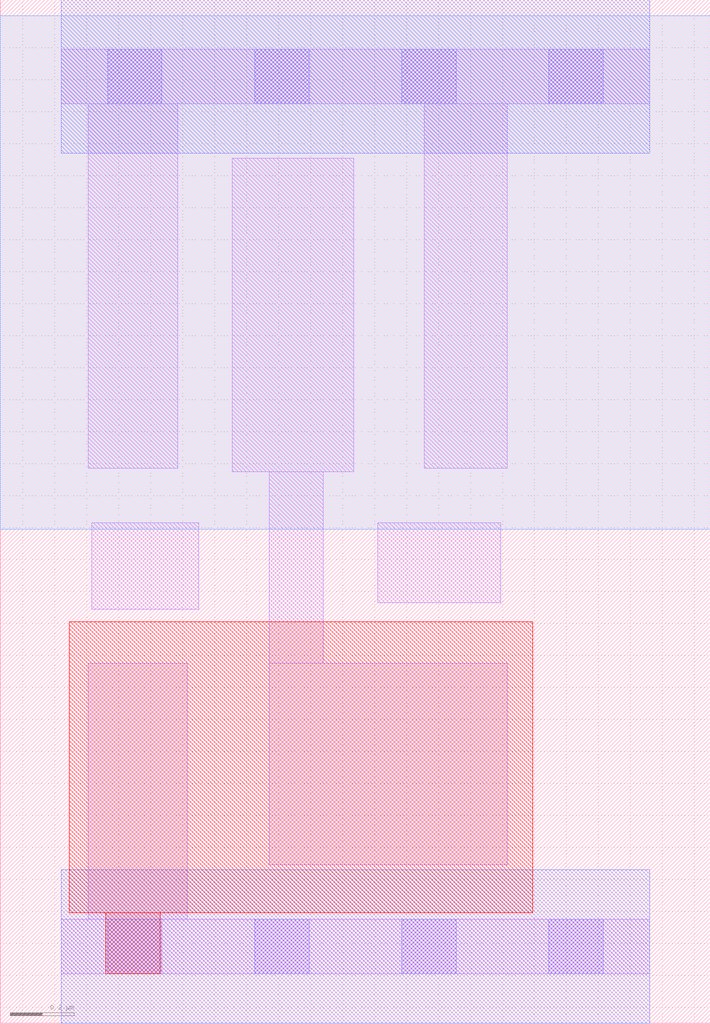
<source format=lef>
VERSION 5.7 ;
  NOWIREEXTENSIONATPIN ON ;
  DIVIDERCHAR "/" ;
  BUSBITCHARS "[]" ;
PROPERTYDEFINITIONS
  MACRO maskLayoutSubType STRING ;
  MACRO prCellType STRING ;
  MACRO originalViewName STRING ;
END PROPERTYDEFINITIONS

MACRO sky130_fd_sc_hdll__nand2_1
  CLASS CORE ;
  FOREIGN sky130_fd_sc_hdll__nand2_1 ;
  ORIGIN 0.000 0.000 ;
  SIZE 1.840 BY 2.720 ;
  SYMMETRY X Y R90 ;
  SITE unithd ;
  PIN A
    DIRECTION INPUT ;
    USE SIGNAL ;
    ANTENNAGATEAREA 0.277500 ;
    PORT
      LAYER li1 ;
        RECT 0.990 1.075 1.375 1.325 ;
    END
  END A
  PIN B
    DIRECTION INPUT ;
    USE SIGNAL ;
    ANTENNAGATEAREA 0.277500 ;
    PORT
      LAYER li1 ;
        RECT 0.095 1.055 0.430 1.325 ;
    END
  END B
  PIN VGND
    DIRECTION INOUT ;
    USE GROUND ;
    PORT
      LAYER li1 ;
        RECT 0.085 0.085 0.395 0.885 ;
        RECT 0.000 -0.085 1.840 0.085 ;
      LAYER mcon ;
        RECT 0.145 -0.085 0.315 0.085 ;
        RECT 0.605 -0.085 0.775 0.085 ;
        RECT 1.065 -0.085 1.235 0.085 ;
        RECT 1.525 -0.085 1.695 0.085 ;
      LAYER met1 ;
        RECT 0.000 -0.240 1.840 0.240 ;
    END
  END VGND
  PIN VNB
    DIRECTION INOUT ;
    USE GROUND ;
    PORT
      LAYER pwell ;
        RECT 0.025 0.105 1.475 1.015 ;
        RECT 0.140 -0.085 0.310 0.105 ;
    END
  END VNB
  PIN VPB
    DIRECTION INOUT ;
    USE POWER ;
    PORT
      LAYER nwell ;
        RECT -0.190 1.305 2.030 2.910 ;
    END
  END VPB
  PIN VPWR
    DIRECTION INOUT ;
    USE POWER ;
    PORT
      LAYER li1 ;
        RECT 0.000 2.635 1.840 2.805 ;
        RECT 0.085 1.495 0.365 2.635 ;
        RECT 1.135 1.495 1.395 2.635 ;
      LAYER mcon ;
        RECT 0.145 2.635 0.315 2.805 ;
        RECT 0.605 2.635 0.775 2.805 ;
        RECT 1.065 2.635 1.235 2.805 ;
        RECT 1.525 2.635 1.695 2.805 ;
      LAYER met1 ;
        RECT 0.000 2.480 1.840 2.960 ;
    END
  END VPWR
  PIN Y
    DIRECTION OUTPUT ;
    USE SIGNAL ;
    ANTENNADIFFAREA 0.491500 ;
    PORT
      LAYER li1 ;
        RECT 0.535 1.485 0.915 2.465 ;
        RECT 0.650 0.885 0.820 1.485 ;
        RECT 0.650 0.255 1.395 0.885 ;
    END
  END Y
  PROPERTY maskLayoutSubType "abstract" ;
  PROPERTY prCellType "standard" ;
  PROPERTY originalViewName "layout" ;
END sky130_fd_sc_hdll__nand2_1
MACRO local_eval
  CLASS BLOCK ;
  FOREIGN local_eval ;
  ORIGIN 0.270 0.150 ;
  SIZE 2.220 BY 3.200 ;
  OBS
      LAYER nwell ;
        RECT -0.270 1.395 1.950 3.000 ;
      LAYER pwell ;
        RECT -0.055 0.195 1.395 1.105 ;
        RECT 0.060 0.005 0.230 0.195 ;
      LAYER li1 ;
        RECT -0.080 2.725 1.760 2.895 ;
        RECT 0.005 1.585 0.285 2.725 ;
        RECT 0.455 1.575 0.835 2.555 ;
        RECT 1.055 1.585 1.315 2.725 ;
        RECT 0.015 1.145 0.350 1.415 ;
        RECT 0.570 0.975 0.740 1.575 ;
        RECT 0.910 1.165 1.295 1.415 ;
        RECT 0.005 0.175 0.315 0.975 ;
        RECT 0.570 0.345 1.315 0.975 ;
        RECT -0.080 0.005 1.760 0.175 ;
      LAYER mcon ;
        RECT 0.065 2.725 0.235 2.895 ;
        RECT 0.525 2.725 0.695 2.895 ;
        RECT 0.985 2.725 1.155 2.895 ;
        RECT 1.445 2.725 1.615 2.895 ;
        RECT 0.065 0.005 0.235 0.175 ;
        RECT 0.525 0.005 0.695 0.175 ;
        RECT 0.985 0.005 1.155 0.175 ;
        RECT 1.445 0.005 1.615 0.175 ;
      LAYER met1 ;
        RECT -0.080 2.570 1.760 3.050 ;
        RECT -0.080 -0.150 1.760 0.330 ;
  END
END local_eval
END LIBRARY


</source>
